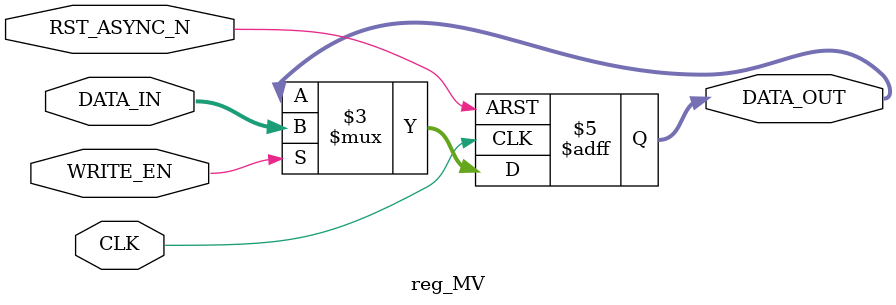
<source format=v>
/*-----------------------------------------------------------------------------------
* File: reg_MV.v
* Date generated: 25/03/2023
* Date modified: 11/05/2023
* Author: Bruna Suemi Nagai
* Description: Stores the input Motion Vectors. MSBs: horizontal, LSBs: vertical
*----------------------------------------------------------------------------------- */

module reg_MV (
    CLK,
    RST_ASYNC_N, 
    WRITE_EN,
    DATA_IN,  
    DATA_OUT
);


// ------------------------------------------
// IO declaration
// ------------------------------------------
    input CLK;                              // Clock
    input RST_ASYNC_N;						// Asynchronous reset
    input WRITE_EN;							// Enables writing
    input signed [15:0] DATA_IN;			// Data in
    output reg signed [15:0] DATA_OUT;	    // Data out
    

// ------------------------------------------
// Sequential logic
// ------------------------------------------
always @(posedge CLK, negedge RST_ASYNC_N) begin
if (!RST_ASYNC_N)                        // If rst async is low
    begin
            DATA_OUT <= 16'b0;
    end
    
    else if (WRITE_EN) 		 			    // If write enable is high
    begin
        DATA_OUT <= DATA_IN; 			    // Write data to the register at the specified address
    end 
end

endmodule // reg_MV
    
</source>
